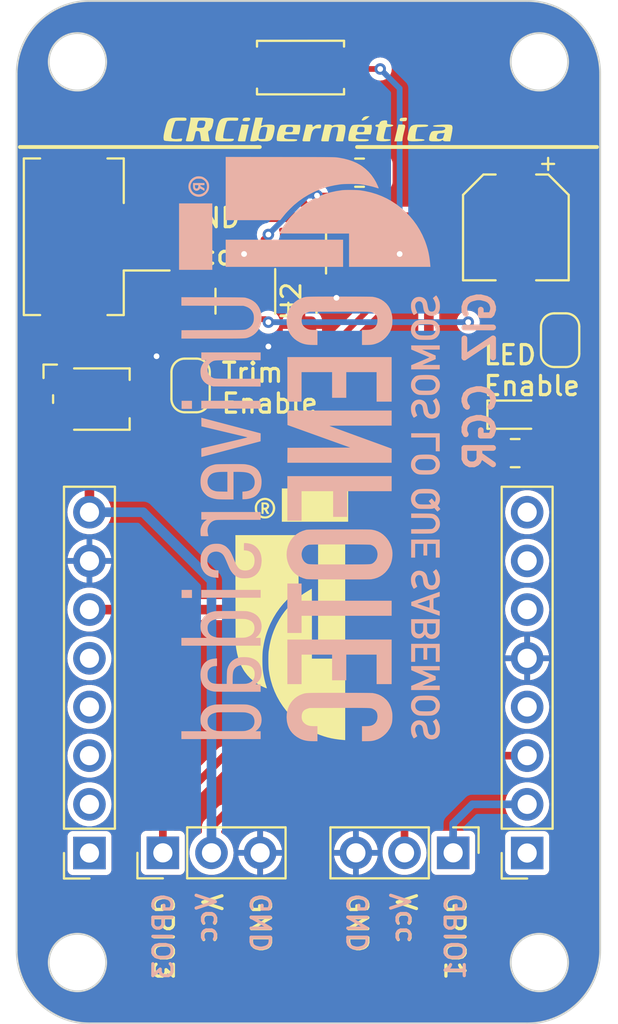
<source format=kicad_pcb>
(kicad_pcb (version 20221018) (generator pcbnew)
  (layers (0 "F.Cu" signal) (31 "B.Cu" signal) (34 "B.Paste" user) (35 "F.Paste" user) (36 "B.SilkS" user "B.Silkscreen") (37 "F.SilkS" user "F.Silkscreen") (38 "B.Mask" user) (39 "F.Mask" user) (44 "Edge.Cuts" user))
  (net 0 "")
  (net 1 "VDD")
  (net 2 "GND")
  (net 3 "DONE")
  (net 4 "Net-(D1-K)")
  (net 5 "Net-(D1-A)")
  (net 6 "GPIO1")
  (net 7 "GPIO3")
  (net 17 "PWOUT")
  (net 18 "Net-(JP2-A)")
  (net 19 "Net-(JP2-B)")
  (net 21 "Net-(U1-DRV)")
  (footprint "local_lib_tpl_esp32_cam:SKRKAEE020" (layer "F.Cu") (at 88.818396 69.419426 180)
    (fp_text reference "SW1" hide)
    (fp_text value "SW_Push")
    (pad "1" smd rect (at -2.220204 -0.100374 180) (size 0.9 2) (layers "F.Cu" "F.Paste" "F.Mask") (net 19 "Net-(JP2-B)"))
    (pad "2" smd rect (at 2.229796 -0.100374 180) (size 0.9 2) (layers "F.Cu" "F.Paste" "F.Mask") (net 1 "VDD"))
  )
  (footprint "Package_TO_SOT_SMD:SOT-23" (layer "F.Cu") (at 85.918 81.7095 -90)
    (fp_text reference "U2" (at 0 -2.4 -90) (layer "F.SilkS"))
    (fp_text value "DMG3415")
    (pad "1" smd roundrect (at -0.9375 -0.95 270) (size 1.475 0.6) (layers "F.Cu" "F.Paste" "F.Mask") (net 21 "Net-(U1-DRV)"))
    (pad "2" smd roundrect (at -0.9375 0.95 270) (size 1.475 0.6) (layers "F.Cu" "F.Paste" "F.Mask") (net 1 "VDD"))
    (pad "3" smd roundrect (at 0.9375 0 270) (size 1.475 0.6) (layers "F.Cu" "F.Paste" "F.Mask") (net 17 "PWOUT"))
  )
  (footprint "Connector_PinSocket_2.54mm:PinSocket_1x08_P2.54mm_Vertical" (layer "F.Cu") (at 77.7748 110.5 180)
    (fp_text reference "J2" hide)
    (fp_text value "Conn_01x08")
    (pad "1" thru_hole rect (at 0 0 180) (size 1.7 1.7) (drill 1) (layers "*.Cu" "*.Mask"))
    (pad "2" thru_hole oval (at 0 2.54 180) (size 1.7 1.7) (drill 1) (layers "*.Cu" "*.Mask"))
    (pad "3" thru_hole oval (at 0 5.08 180) (size 1.7 1.7) (drill 1) (layers "*.Cu" "*.Mask"))
    (pad "4" thru_hole oval (at 0 7.62 180) (size 1.7 1.7) (drill 1) (layers "*.Cu" "*.Mask"))
    (pad "5" thru_hole oval (at 0 10.16 180) (size 1.7 1.7) (drill 1) (layers "*.Cu" "*.Mask"))
    (pad "6" thru_hole oval (at 0 12.7 180) (size 1.7 1.7) (drill 1) (layers "*.Cu" "*.Mask") (net 3 "DONE"))
    (pad "7" thru_hole oval (at 0 15.24 180) (size 1.7 1.7) (drill 1) (layers "*.Cu" "*.Mask") (net 2 "GND"))
    (pad "8" thru_hole oval (at 0 17.78 180) (size 1.7 1.7) (drill 1) (layers "*.Cu" "*.Mask") (net 17 "PWOUT"))
  )
  (footprint "local_lib_tpl_esp32_cam:cenfotec" (layer "F.Cu") (at 89.154 89.154 90)
    (fp_text reference "G***" hide)
    (fp_text value "LOGO" hide)
  )
  (footprint "Capacitor_SMD:C_0805_2012Metric" (layer "F.Cu") (at 88.9 82.055 -90)
    (fp_text reference "C1" hide)
    (fp_text value "1uF")
    (pad "1" smd roundrect (at -0.95 0 270) (size 1 1.45) (layers "F.Cu" "F.Paste" "F.Mask") (net 1 "VDD"))
    (pad "2" smd roundrect (at 0.95 0 270) (size 1 1.45) (layers "F.Cu" "F.Paste" "F.Mask") (net 2 "GND"))
  )
  (footprint "Package_TO_SOT_SMD:TSOT-23-6" (layer "F.Cu") (at 91.694 78.4661 90)
    (fp_text reference "U1" hide)
    (fp_text value "TPL5110")
    (pad "1" smd roundrect (at -1.1375 -0.95 90) (size 1.325 0.6) (layers "F.Cu" "F.Paste" "F.Mask") (net 1 "VDD"))
    (pad "2" smd roundrect (at -1.1375 0 90) (size 1.325 0.6) (layers "F.Cu" "F.Paste" "F.Mask") (net 2 "GND"))
    (pad "3" smd roundrect (at -1.1375 0.95 90) (size 1.325 0.6) (layers "F.Cu" "F.Paste" "F.Mask") (net 19 "Net-(JP2-B)"))
    (pad "4" smd roundrect (at 1.1375 0.95 90) (size 1.325 0.6) (layers "F.Cu" "F.Paste" "F.Mask") (net 3 "DONE"))
    (pad "5" smd roundrect (at 1.1375 0 90) (size 1.325 0.6) (layers "F.Cu" "F.Paste" "F.Mask") (net 21 "Net-(U1-DRV)"))
    (pad "6" smd roundrect (at 1.1375 -0.95 90) (size 1.325 0.6) (layers "F.Cu" "F.Paste" "F.Mask") (net 1 "VDD"))
  )
  (footprint "Connector_JST:JST_PH_B2B-PH-SM4-TB_1x02-1MP_P2.00mm_Vertical" (layer "F.Cu") (at 78.7074 78.3485 90)
    (fp_text reference "J3" hide)
    (fp_text value "Conn_01x02")
    (pad "1" smd roundrect (at -1 0.5 90) (size 1 5.5) (layers "F.Cu" "F.Paste" "F.Mask") (net 1 "VDD"))
    (pad "2" smd roundrect (at 1 0.5 90) (size 1 5.5) (layers "F.Cu" "F.Paste" "F.Mask") (net 2 "GND"))
    (pad "MP" smd roundrect (at -3.4 -1.75 90) (size 1.6 3) (layers "F.Cu" "F.Paste" "F.Mask") (roundrect_rratio 0.15625))
    (pad "MP" smd roundrect (at 3.4 -1.75 90) (size 1.6 3) (layers "F.Cu" "F.Paste" "F.Mask") (roundrect_rratio 0.15625))
  )
  (footprint "Potentiometer_SMD:Potentiometer_Bourns_TC33X_Vertical" (layer "F.Cu") (at 77.9758 86.8172)
    (fp_text reference "RV1" hide)
    (fp_text value "200k")
    (pad "1" smd rect (at -1.8 -1) (size 1.2 1.2) (layers "F.Cu" "F.Paste" "F.Mask"))
    (pad "2" smd rect (at 1.45 0) (size 1.5 1.6) (layers "F.Cu" "F.Paste" "F.Mask") (net 18 "Net-(JP2-A)"))
    (pad "3" smd rect (at -1.8 1) (size 1.2 1.2) (layers "F.Cu" "F.Paste" "F.Mask") (net 2 "GND"))
  )
  (footprint "Resistor_SMD:R_0805_2012Metric" (layer "F.Cu") (at 100.013 89.6366)
    (fp_text reference "R2" hide)
    (fp_text value "1k")
    (pad "1" smd roundrect (at -0.9125 0) (size 1.025 1.4) (layers "F.Cu" "F.Paste" "F.Mask") (roundrect_rratio 0.243902439) (net 4 "Net-(D1-K)"))
    (pad "2" smd roundrect (at 0.9125 0) (size 1.025 1.4) (layers "F.Cu" "F.Paste" "F.Mask") (roundrect_rratio 0.243902439) (net 2 "GND"))
  )
  (footprint "Jumper:SolderJumper-2_P1.3mm_Bridged_RoundedPad1.0x1.5mm" (layer "F.Cu") (at 83.058 86.106 90)
    (fp_text reference "JP2" hide)
    (fp_text value "SolderJumper_2_Bridged")
    (fp_poly (pts (xy 0.25 -0.3) (xy -0.25 -0.3) (xy -0.25 0.3) (xy 0.25 0.3)) (fill solid) (layer "F.Cu"))
    (pad "1" smd custom (at -0.65 0 90) (size 1 0.5) (layers "F.Cu" "F.Mask") (net 18 "Net-(JP2-A)") (options (clearance outline) (anchor rect)) (primitives (gr_circle (center 0 0.25) (end 0.5 0.25) (width 0) (fill yes)) (gr_circle (center 0 -0.25) (end 0.5 -0.25) (width 0) (fill yes)) (gr_poly (pts (xy 0.5 0.75) (xy 0 0.75) (xy 0 -0.75) (xy 0.5 -0.75)) (width 0) (fill yes))))
    (pad "2" smd custom (at 0.65 0 90) (size 1 0.5) (layers "F.Cu" "F.Mask") (net 19 "Net-(JP2-B)") (options (clearance outline) (anchor rect)) (primitives (gr_circle (center 0 0.25) (end 0.5 0.25) (width 0) (fill yes)) (gr_circle (center 0 -0.25) (end 0.5 -0.25) (width 0) (fill yes)) (gr_poly (pts (xy 0 0.75) (xy -0.5 0.75) (xy -0.5 -0.75) (xy 0 -0.75)) (width 0) (fill yes))))
  )
  (footprint "Connector_PinHeader_2.54mm:PinHeader_1x03_P2.54mm_Vertical" (layer "F.Cu") (at 81.61 110.49 90)
    (fp_text reference "J5" hide)
    (fp_text value "Conn_01x03")
    (pad "1" thru_hole rect (at 0 0 90) (size 1.7 1.7) (drill 1) (layers "*.Cu" "*.Mask") (net 7 "GPIO3"))
    (pad "2" thru_hole oval (at 0 2.54 90) (size 1.7 1.7) (drill 1) (layers "*.Cu" "*.Mask") (net 17 "PWOUT"))
    (pad "3" thru_hole oval (at 0 5.08 90) (size 1.7 1.7) (drill 1) (layers "*.Cu" "*.Mask") (net 2 "GND"))
  )
  (footprint "Resistor_SMD:R_0805_2012Metric" (layer "F.Cu") (at 91.885 75.0062 180)
    (fp_text reference "R1" hide)
    (fp_text value "1M")
    (pad "1" smd roundrect (at -0.9125 0 180) (size 1.025 1.4) (layers "F.Cu" "F.Paste" "F.Mask") (roundrect_rratio 0.243902439) (net 3 "DONE"))
    (pad "2" smd roundrect (at 0.9125 0 180) (size 1.025 1.4) (layers "F.Cu" "F.Paste" "F.Mask") (roundrect_rratio 0.243902439) (net 2 "GND"))
  )
  (footprint "local_graphics:crciber_logo_2" (layer "F.Cu") (at 89.154 72.644)
    (fp_text reference "G***" hide)
    (fp_text value "LOGO" hide)
  )
  (footprint "Jumper:SolderJumper-2_P1.3mm_Open_RoundedPad1.0x1.5mm" (layer "F.Cu") (at 102.362 83.7438 90)
    (fp_text reference "JP1" hide)
    (fp_text value "SolderJumper_2_Open")
    (pad "1" smd custom (at -0.65 0 90) (size 1 0.5) (layers "F.Cu" "F.Mask") (net 5 "Net-(D1-A)") (options (clearance outline) (anchor rect)) (primitives (gr_circle (center 0 0.25) (end 0.5 0.25) (width 0) (fill yes)) (gr_circle (center 0 -0.25) (end 0.5 -0.25) (width 0) (fill yes)) (gr_poly (pts (xy 0.5 0.75) (xy 0 0.75) (xy 0 -0.75) (xy 0.5 -0.75)) (width 0) (fill yes))))
    (pad "2" smd custom (at 0.65 0 90) (size 1 0.5) (layers "F.Cu" "F.Mask") (net 17 "PWOUT") (options (clearance outline) (anchor rect)) (primitives (gr_circle (center 0 0.25) (end 0.5 0.25) (width 0) (fill yes)) (gr_circle (center 0 -0.25) (end 0.5 -0.25) (width 0) (fill yes)) (gr_poly (pts (xy 0 0.75) (xy -0.5 0.75) (xy -0.5 -0.75) (xy 0 -0.75)) (width 0) (fill yes))))
  )
  (footprint "local_lib_tpl_esp32_cam:cenfotec_logo" (layer "F.Cu") (at 91.135029 98.176868)
    (fp_text reference "G***" hide)
    (fp_text value "LOGO" hide)
  )
  (footprint "Capacitor_SMD:CP_Elec_5x5.4" (layer "F.Cu") (at 100.0506 77.8608 -90)
    (fp_text reference "C2" hide)
    (fp_text value "47uF")
    (pad "1" smd roundrect (at -2.2 0 270) (size 3 1.6) (layers "F.Cu" "F.Paste" "F.Mask") (roundrect_rratio 0.15625) (net 3 "DONE"))
    (pad "2" smd roundrect (at 2.2 0 270) (size 3 1.6) (layers "F.Cu" "F.Paste" "F.Mask") (roundrect_rratio 0.15625) (net 2 "GND"))
  )
  (footprint "LED_SMD:LED_0603_1608Metric" (layer "F.Cu") (at 100.0505 87.63)
    (fp_text reference "D1" hide)
    (fp_text value "LED")
    (pad "1" smd roundrect (at -0.7875 0) (size 0.875 0.95) (layers "F.Cu" "F.Paste" "F.Mask") (net 4 "Net-(D1-K)"))
    (pad "2" smd roundrect (at 0.7875 0) (size 0.875 0.95) (layers "F.Cu" "F.Paste" "F.Mask") (net 5 "Net-(D1-A)"))
  )
  (footprint "Connector_PinSocket_2.54mm:PinSocket_1x08_P2.54mm_Vertical" (layer "F.Cu") (at 100.64 110.5 180)
    (fp_text reference "J1" hide)
    (fp_text value "Conn_01x08")
    (pad "1" thru_hole rect (at 0 0 180) (size 1.7 1.7) (drill 1) (layers "*.Cu" "*.Mask"))
    (pad "2" thru_hole oval (at 0 2.54 180) (size 1.7 1.7) (drill 1) (layers "*.Cu" "*.Mask") (net 6 "GPIO1"))
    (pad "3" thru_hole oval (at 0 5.08 180) (size 1.7 1.7) (drill 1) (layers "*.Cu" "*.Mask") (net 7 "GPIO3"))
    (pad "4" thru_hole oval (at 0 7.62 180) (size 1.7 1.7) (drill 1) (layers "*.Cu" "*.Mask"))
    (pad "5" thru_hole oval (at 0 10.16 180) (size 1.7 1.7) (drill 1) (layers "*.Cu" "*.Mask") (net 2 "GND"))
    (pad "6" thru_hole oval (at 0 12.7 180) (size 1.7 1.7) (drill 1) (layers "*.Cu" "*.Mask"))
    (pad "7" thru_hole oval (at 0 15.24 180) (size 1.7 1.7) (drill 1) (layers "*.Cu" "*.Mask"))
    (pad "8" thru_hole oval (at 0 17.78 180) (size 1.7 1.7) (drill 1) (layers "*.Cu" "*.Mask"))
  )
  (footprint "Connector_PinHeader_2.54mm:PinHeader_1x03_P2.54mm_Vertical" (layer "F.Cu") (at 96.774 110.49 -90)
    (fp_text reference "J4" hide)
    (fp_text value "Conn_01x03")
    (pad "1" thru_hole rect (at 0 0 270) (size 1.7 1.7) (drill 1) (layers "*.Cu" "*.Mask") (net 6 "GPIO1"))
    (pad "2" thru_hole oval (at 0 2.54 270) (size 1.7 1.7) (drill 1) (layers "*.Cu" "*.Mask") (net 17 "PWOUT"))
    (pad "3" thru_hole oval (at 0 5.08 270) (size 1.7 1.7) (drill 1) (layers "*.Cu" "*.Mask") (net 2 "GND"))
  )
  (gr_line (start 91.753323 73.667177) (end 104.2924 73.667177) (stroke (width 0.2)) (layer "F.SilkS"))
  (gr_line (start 86.673323 73.667177) (end 74.1426 73.667177) (stroke (width 0.2)) (layer "F.SilkS"))
  (gr_line (start 77.783323 66.047177) (end 100.643323 66.047177) (stroke (width 0.1)) (layer "Edge.Cuts"))
  (gr_arc (start 100.643323 66.047177) (mid 103.3374 67.1631) (end 104.453323 69.857177) (stroke (width 0.1)) (layer "Edge.Cuts"))
  (gr_circle (center 101.278323 69.222177) (end 101.278323 67.722177) (stroke (width 0.1)) (fill none) (layer "Edge.Cuts"))
  (gr_circle (center 77.148323 69.222177) (end 77.148323 67.722177) (stroke (width 0.1)) (fill none) (layer "Edge.Cuts"))
  (gr_arc (start 104.453323 115.577177) (mid 103.3374 118.271254) (end 100.643323 119.387177) (stroke (width 0.1)) (layer "Edge.Cuts"))
  (gr_line (start 100.643323 119.387177) (end 77.783323 119.387177) (stroke (width 0.1)) (layer "Edge.Cuts"))
  (gr_circle (center 77.148323 116.212177) (end 77.148323 114.712177) (stroke (width 0.1)) (fill none) (layer "Edge.Cuts"))
  (gr_line (start 73.973323 115.577177) (end 73.973323 69.857177) (stroke (width 0.1)) (layer "Edge.Cuts"))
  (gr_arc (start 73.973323 69.857177) (mid 75.089246 67.1631) (end 77.783323 66.047177) (stroke (width 0.1)) (layer "Edge.Cuts"))
  (gr_line (start 104.453323 69.857177) (end 104.453323 115.577177) (stroke (width 0.1)) (layer "Edge.Cuts"))
  (gr_circle (center 101.278323 116.212177) (end 101.278323 114.712177) (stroke (width 0.1)) (fill none) (layer "Edge.Cuts"))
  (gr_arc (start 77.783323 119.387177) (mid 75.089246 118.271254) (end 73.973323 115.577177) (stroke (width 0.1)) (layer "Edge.Cuts"))
  (gr_text "GND" (at 87.3506 112.4966 90) (layer "B.SilkS") (effects (font (size 1 1) (thickness 0.17) bold) (justify left bottom mirror)))
  (gr_text "Vcc" (at 84.4804 112.4966 90) (layer "B.SilkS") (effects (font (size 1 1) (thickness 0.17) bold) (justify left bottom mirror)))
  (gr_text "GND" (at 92.4052 112.4966 90) (layer "B.SilkS") (effects (font (size 1 1) (thickness 0.17) bold) (justify left bottom mirror)))
  (gr_text "Vcc" (at 94.6404 112.4966 90) (layer "B.SilkS") (effects (font (size 1 1) (thickness 0.17) bold) (justify left bottom mirror)))
  (gr_text "GPIO1" (at 97.4852 112.4966 90) (layer "B.SilkS") (effects (font (size 1 1) (thickness 0.17) bold) (justify left bottom mirror)))
  (gr_text "GPIO3" (at 82.2198 112.4966 90) (layer "B.SilkS") (effects (font (size 1 1) (thickness 0.17) bold) (justify left bottom mirror)))
  (gr_text "GIZ CGR" (at 99.06 81.026 90) (layer "B.SilkS") (effects (font (size 1.5 1.5) (thickness 0.3) bold) (justify left bottom mirror)))
  (gr_text "GND" (at 91.186 112.522 270) (layer "F.SilkS") (effects (font (size 1 1) (thickness 0.17) bold) (justify left bottom)))
  (gr_text "GPIO1" (at 96.266 112.522 270) (layer "F.SilkS") (effects (font (size 1 1) (thickness 0.17) bold) (justify left bottom)))
  (gr_text "Vcc" (at 82.5754 79.9084) (layer "F.SilkS") (effects (font (size 1 1) (thickness 0.17) bold) (justify left bottom)))
  (gr_text "LED\nEnable" (at 98.2726 86.7156) (layer "F.SilkS") (effects (font (size 1 1) (thickness 0.17) bold) (justify left bottom)))
  (gr_text "Vcc" (at 93.726 112.522 270) (layer "F.SilkS") (effects (font (size 1 1) (thickness 0.17) bold) (justify left bottom)))
  (gr_text "Trim\nEnable" (at 84.582 87.63) (layer "F.SilkS") (effects (font (size 1 1) (thickness 0.17) bold) (justify left bottom)))
  (gr_text "GPIO3" (at 81.026 112.522 270) (layer "F.SilkS") (effects (font (size 1 1) (thickness 0.17) bold) (justify left bottom)))
  (gr_text "Vcc" (at 83.566 112.522 270) (layer "F.SilkS") (effects (font (size 1 1) (thickness 0.17) bold) (justify left bottom)))
  (gr_text "GND" (at 82.4738 77.9526) (layer "F.SilkS") (effects (font (size 1 1) (thickness 0.17) bold) (justify left bottom)))
  (gr_text "GND" (at 86.106 112.522 270) (layer "F.SilkS") (effects (font (size 1 1) (thickness 0.17) bold) (justify left bottom)))
  (segment (start 86.4362 77.3286) (end 86.3854 77.2778) (width 0.3) (layer "F.Cu") (net 1))
  (segment (start 86.3854 69.723) (end 86.5886 69.5198) (width 0.3) (layer "F.Cu") (net 1))
  (segment (start 79.2074 79.3485) (end 83.8321 79.3485) (width 0.5) (layer "F.Cu") (net 1))
  (segment (start 89.5604 79.6036) (end 88.9 80.264) (width 0.3) (layer "F.Cu") (net 1))
  (segment (start 86.4362 77.3286) (end 86.2474 77.3286) (width 0.5) (layer "F.Cu") (net 1))
  (segment (start 84.968 80.772) (end 84.968 79.8118) (width 0.5) (layer "F.Cu") (net 1))
  (segment (start 86.3854 77.2778) (end 86.3854 69.723) (width 0.3) (layer "F.Cu") (net 1))
  (segment (start 84.5047 79.3485) (end 83.8321 79.3485) (width 0.5) (layer "F.Cu") (net 1))
  (segment (start 90.744 79.6036) (end 89.5604 79.6036) (width 0.3) (layer "F.Cu") (net 1))
  (segment (start 90.744 79.6036) (end 90.744 77.3286) (width 0.3) (layer "F.Cu") (net 1))
  (segment (start 86.2474 77.3286) (end 84.2275 79.3485) (width 0.5) (layer "F.Cu") (net 1))
  (segment (start 90.744 77.3286) (end 86.4362 77.3286) (width 0.5) (layer "F.Cu") (net 1))
  (segment (start 84.2275 79.3485) (end 83.8321 79.3485) (width 0.5) (layer "F.Cu") (net 1))
  (segment (start 84.968 79.8118) (end 84.5047 79.3485) (width 0.5) (layer "F.Cu") (net 1))
  (segment (start 90.652 79.6956) (end 90.744 79.6036) (width 0.3) (layer "F.Cu") (net 1))
  (segment (start 88.9 80.264) (end 88.9 81.28) (width 0.3) (layer "F.Cu") (net 1))
  (segment (start 79.2273 77.3286) (end 79.2074 77.3485) (width 0.5) (layer "F.Cu") (net 2))
  (via (at 90.678 81.534) (size 0.6) (drill 0.3) (layers "F.Cu" "B.Cu") (net 2))
  (via (at 85.852 79.248) (size 0.6) (drill 0.3) (layers "F.Cu" "B.Cu") (net 2))
  (via (at 87.122 84.074) (size 0.6) (drill 0.3) (layers "F.Cu" "B.Cu") (net 2))
  (via (at 81.28 84.582) (size 0.6) (drill 0.3) (layers "F.Cu" "B.Cu") (net 2))
  (segment (start 94.8834 77.3286) (end 93.8386 77.3286) (width 0.5) (layer "F.Cu") (net 3))
  (segment (start 90.414 97.8) (end 77.7748 97.8) (width 0.5) (layer "F.Cu") (net 3))
  (segment (start 95.504 77.9492) (end 94.8834 77.3286) (width 0.5) (layer "F.Cu") (net 3))
  (segment (start 100.0448 75.6666) (end 96.5454 75.6666) (width 0.5) (layer "F.Cu") (net 3))
  (segment (start 93.8386 77.3286) (end 92.644 77.3286) (width 0.5) (layer "F.Cu") (net 3))
  (segment (start 96.5454 75.6666) (end 94.8834 77.3286) (width 0.5) (layer "F.Cu") (net 3))
  (segment (start 95.504 92.71) (end 90.414 97.8) (width 0.5) (layer "F.Cu") (net 3))
  (segment (start 92.644 75.25) (end 92.71 75.184) (width 0.3) (layer "F.Cu") (net 3))
  (segment (start 95.504 92.71) (end 95.504 77.9492) (width 0.5) (layer "F.Cu") (net 3))
  (segment (start 92.644 77.3286) (end 92.644 75.25) (width 0.3) (layer "F.Cu") (net 3))
  (segment (start 99.1005 89.3205) (end 99.1005 87.7925) (width 0.3) (layer "F.Cu") (net 4))
  (segment (start 99.1005 87.7925) (end 99.263 87.63) (width 0.3) (layer "F.Cu") (net 4))
  (segment (start 99.188 89.408) (end 99.1005 89.3205) (width 0.3) (layer "F.Cu") (net 4))
  (segment (start 101.9302 87.63) (end 102.362 87.1982) (width 0.25) (layer "F.Cu") (net 5))
  (segment (start 102.362 87.1982) (end 102.362 84.3938) (width 0.25) (layer "F.Cu") (net 5))
  (segment (start 100.838 87.63) (end 101.9302 87.63) (width 0.25) (layer "F.Cu") (net 5))
  (segment (start 96.774 108.966) (end 97.78 107.96) (width 0.4) (layer "B.Cu") (net 6))
  (segment (start 96.774 110.49) (end 96.774 108.966) (width 0.4) (layer "B.Cu") (net 6))
  (segment (start 97.78 107.96) (end 100.64 107.96) (width 0.4) (layer "B.Cu") (net 6))
  (segment (start 81.61 108.636) (end 84.826 105.42) (width 0.4) (layer "F.Cu") (net 7))
  (segment (start 84.826 105.42) (end 100.64 105.42) (width 0.4) (layer "F.Cu") (net 7))
  (segment (start 81.61 110.49) (end 81.61 108.636) (width 0.4) (layer "F.Cu") (net 7))
  (segment (start 94.234 109.22) (end 94.234 110.49) (width 0.4) (layer "F.Cu") (net 17))
  (segment (start 84.836 108.458) (end 93.472 108.458) (width 0.4) (layer "F.Cu") (net 17))
  (segment (start 93.472 108.458) (end 94.234 109.22) (width 0.4) (layer "F.Cu") (net 17))
  (segment (start 85.918 82.647) (end 86.965 82.647) (width 0.3) (layer "F.Cu") (net 17))
  (segment (start 97.8512 83.0938) (end 97.5614 82.804) (width 0.25) (layer "F.Cu") (net 17))
  (segment (start 102.362 83.0938) (end 97.8512 83.0938) (width 0.25) (layer "F.Cu") (net 17))
  (segment (start 85.918 82.647) (end 80.929 82.647) (width 0.5) (layer "F.Cu") (net 17))
  (segment (start 84.15 110.49) (end 84.15 109.144) (width 0.4) (layer "F.Cu") (net 17))
  (segment (start 84.15 109.144) (end 84.836 108.458) (width 0.4) (layer "F.Cu") (net 17))
  (segment (start 80.929 82.647) (end 77.7748 85.8012) (width 0.5) (layer "F.Cu") (net 17))
  (segment (start 77.7748 85.8012) (end 77.7748 92.72) (width 0.5) (layer "F.Cu") (net 17))
  (segment (start 86.965 82.647) (end 87.122 82.804) (width 0.3) (layer "F.Cu") (net 17))
  (via (at 87.122 82.804) (size 0.6) (drill 0.3) (layers "F.Cu" "B.Cu") (net 17))
  (via (at 97.5614 82.804) (size 0.6) (drill 0.3) (layers "F.Cu" "B.Cu") (net 17))
  (segment (start 84.15 96.2912) (end 84.15 110.49) (width 0.5) (layer "B.Cu") (net 17))
  (segment (start 77.7748 92.72) (end 80.5788 92.72) (width 0.5) (layer "B.Cu") (net 17))
  (segment (start 97.5614 82.804) (end 87.122 82.804) (width 0.3) (layer "B.Cu") (net 17))
  (segment (start 80.5788 92.72) (end 84.15 96.2912) (width 0.5) (layer "B.Cu") (net 17))
  (segment (start 83.058 86.756) (end 79.816 86.756) (width 0.3) (layer "F.Cu") (net 18))
  (segment (start 83.058 85.456) (end 89.042 85.456) (width 0.3) (layer "F.Cu") (net 19))
  (segment (start 93.98 79.248) (end 93.6244 79.6036) (width 0.3) (layer "F.Cu") (net 19))
  (segment (start 91.1148 69.596) (end 91.0386 69.5198) (width 0.3) (layer "F.Cu") (net 19))
  (segment (start 92.964 69.596) (end 91.1148 69.596) (width 0.3) (layer "F.Cu") (net 19))
  (segment (start 89.042 85.456) (end 92.644 81.854) (width 0.3) (layer "F.Cu") (net 19))
  (segment (start 93.6244 79.6036) (end 92.644 79.6036) (width 0.3) (layer "F.Cu") (net 19))
  (segment (start 92.644 81.854) (end 92.644 79.6036) (width 0.3) (layer "F.Cu") (net 19))
  (via (at 92.964 69.596) (size 0.6) (drill 0.3) (layers "F.Cu" "B.Cu") (net 19))
  (via (at 93.98 79.248) (size 0.6) (drill 0.3) (layers "F.Cu" "B.Cu") (net 19))
  (segment (start 93.98 79.248) (end 93.98 70.612) (width 0.3) (layer "B.Cu") (net 19))
  (segment (start 93.98 70.612) (end 92.964 69.596) (width 0.3) (layer "B.Cu") (net 19))
  (segment (start 91.46095 76.2) (end 89.662 76.2) (width 0.3) (layer "F.Cu") (net 21))
  (segment (start 86.868 78.486) (end 86.868 80.772) (width 0.3) (layer "F.Cu") (net 21))
  (segment (start 91.694 77.3286) (end 91.694 76.43305) (width 0.3) (layer "F.Cu") (net 21))
  (segment (start 87.122 78.232) (end 86.868 78.486) (width 0.3) (layer "F.Cu") (net 21))
  (segment (start 91.694 76.43305) (end 91.46095 76.2) (width 0.3) (layer "F.Cu") (net 21))
  (via (at 87.122 78.232) (size 0.6) (drill 0.3) (layers "F.Cu" "B.Cu") (net 21))
  (via (at 89.662 76.2) (size 0.6) (drill 0.3) (layers "F.Cu" "B.Cu") (net 21))
  (segment (start 89.154 76.2) (end 89.662 76.2) (width 0.3) (layer "B.Cu") (net 21))
  (segment (start 87.122 78.232) (end 89.154 76.2) (width 0.3) (layer "B.Cu") (net 21))
  (zone (net 2) (net_name "GND") (layer "F.Cu") (connect_pads (clearance 0.3)) (min_thickness 0.2) (fill yes (thermal_gap 0.3) (thermal_bridge_width 0.3))
    (polygon (pts (xy 73.66 66.04) (xy 73.66 119.38) (xy 105.41 119.38) (xy 105.41 66.04)))
  )
  (zone (net 2) (net_name "GND") (layer "B.Cu") (connect_pads (clearance 0.3)) (min_thickness 0.22) (fill yes (thermal_gap 0.3) (thermal_bridge_width 0.3))
    (polygon (pts (xy 73.66 66.04) (xy 73.66 119.38) (xy 105.41 119.38) (xy 105.41 66.04)))
  )
)
</source>
